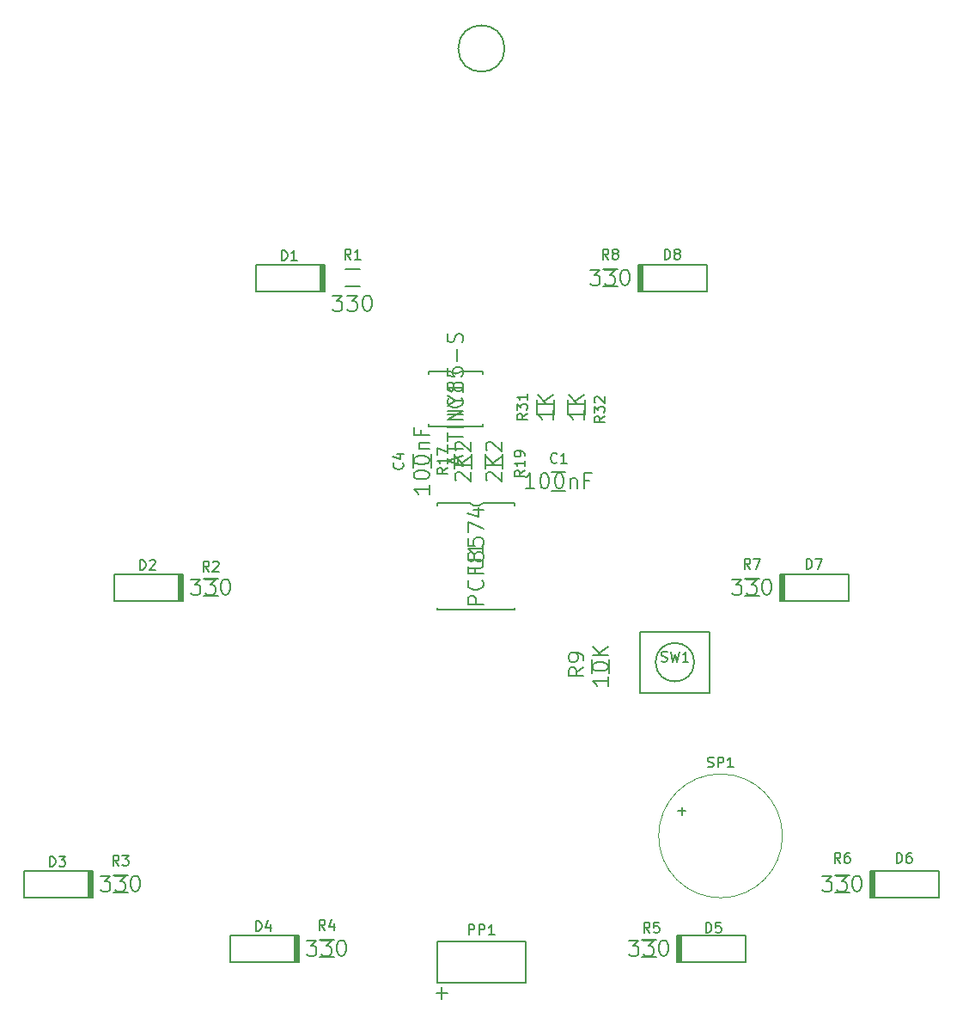
<source format=gto>
G04 #@! TF.FileFunction,Legend,Top*
%FSLAX46Y46*%
G04 Gerber Fmt 4.6, Leading zero omitted, Abs format (unit mm)*
G04 Created by KiCad (PCBNEW 4.0.5) date 04/19/17 16:41:43*
%MOMM*%
%LPD*%
G01*
G04 APERTURE LIST*
%ADD10C,0.100000*%
%ADD11C,0.150000*%
%ADD12C,0.120000*%
%ADD13C,0.254000*%
G04 APERTURE END LIST*
D10*
D11*
X153416000Y-54864000D02*
G75*
G03X153416000Y-54864000I-2286000J0D01*
G01*
X172100658Y-115300000D02*
G75*
G03X172100658Y-115300000I-1900658J0D01*
G01*
X173600000Y-118300000D02*
X173600000Y-112300000D01*
X166800000Y-112300000D02*
X173600000Y-112300000D01*
X166800000Y-118300000D02*
X166800000Y-112300000D01*
X173600000Y-118300000D02*
X166800000Y-118300000D01*
D12*
X180800000Y-132400000D02*
G75*
G03X180800000Y-132400000I-6100000J0D01*
G01*
D11*
X163750000Y-114990000D02*
X163750000Y-116410000D01*
X162050000Y-114990000D02*
X162050000Y-116410000D01*
X154422000Y-99652000D02*
X151272000Y-99652000D01*
X146822000Y-99652000D02*
X150022000Y-99652000D01*
X150022000Y-99652000D02*
G75*
G03X151222000Y-99652000I600000J600000D01*
G01*
X146822000Y-109907000D02*
X146822000Y-110152000D01*
X146822000Y-110152000D02*
X154422000Y-110152000D01*
X154422000Y-110152000D02*
X154422000Y-109907000D01*
X146822000Y-99897000D02*
X146822000Y-99652000D01*
X154422000Y-99652000D02*
X154422000Y-99897000D01*
X161378000Y-89460000D02*
X161378000Y-90880000D01*
X159678000Y-89460000D02*
X159678000Y-90880000D01*
X158330000Y-89460000D02*
X158330000Y-90880000D01*
X156630000Y-89460000D02*
X156630000Y-90880000D01*
X151550000Y-96214000D02*
X151550000Y-94794000D01*
X153250000Y-96214000D02*
X153250000Y-94794000D01*
X148502000Y-96214000D02*
X148502000Y-94794000D01*
X150202000Y-96214000D02*
X150202000Y-94794000D01*
X163120000Y-76620000D02*
X164540000Y-76620000D01*
X163120000Y-78320000D02*
X164540000Y-78320000D01*
X177090000Y-107100000D02*
X178510000Y-107100000D01*
X177090000Y-108800000D02*
X178510000Y-108800000D01*
X185980000Y-136310000D02*
X187400000Y-136310000D01*
X185980000Y-138010000D02*
X187400000Y-138010000D01*
X166930000Y-142660000D02*
X168350000Y-142660000D01*
X166930000Y-144360000D02*
X168350000Y-144360000D01*
X136600000Y-144360000D02*
X135180000Y-144360000D01*
X136600000Y-142660000D02*
X135180000Y-142660000D01*
X116280000Y-138010000D02*
X114860000Y-138010000D01*
X116280000Y-136310000D02*
X114860000Y-136310000D01*
X125170000Y-108800000D02*
X123750000Y-108800000D01*
X125170000Y-107100000D02*
X123750000Y-107100000D01*
X139140000Y-78320000D02*
X137720000Y-78320000D01*
X139140000Y-76620000D02*
X137720000Y-76620000D01*
X146760000Y-146869000D02*
X155500000Y-146869000D01*
X146760000Y-142791000D02*
X155500000Y-142791000D01*
X155500000Y-142791000D02*
X155500000Y-146869000D01*
X146760000Y-146869000D02*
X146760000Y-142791000D01*
X148100000Y-86700000D02*
G75*
G03X149100000Y-86700000I500000J500000D01*
G01*
X149100000Y-86700000D02*
X151300000Y-86700000D01*
X148100000Y-86700000D02*
X145900000Y-86700000D01*
X145900000Y-91850000D02*
X145900000Y-92080000D01*
X145900000Y-92080000D02*
X151300000Y-92080000D01*
X151300000Y-92080000D02*
X151300000Y-91850000D01*
X145900000Y-86950000D02*
X145900000Y-86720000D01*
X151300000Y-86720000D02*
X151300000Y-86950000D01*
X173380000Y-78770000D02*
X166580000Y-78770000D01*
X173380000Y-76170000D02*
X166580000Y-76170000D01*
X166680000Y-78770000D02*
X166680000Y-76170000D01*
X166780000Y-76170000D02*
X166780000Y-78770000D01*
X166980000Y-78770000D02*
X166980000Y-76170000D01*
X166880000Y-76170000D02*
X166880000Y-78770000D01*
X166580000Y-76170000D02*
X166580000Y-78770000D01*
X173380000Y-76170000D02*
X173380000Y-78770000D01*
X187350000Y-109250000D02*
X180550000Y-109250000D01*
X187350000Y-106650000D02*
X180550000Y-106650000D01*
X180650000Y-109250000D02*
X180650000Y-106650000D01*
X180750000Y-106650000D02*
X180750000Y-109250000D01*
X180950000Y-109250000D02*
X180950000Y-106650000D01*
X180850000Y-106650000D02*
X180850000Y-109250000D01*
X180550000Y-106650000D02*
X180550000Y-109250000D01*
X187350000Y-106650000D02*
X187350000Y-109250000D01*
X196240000Y-138460000D02*
X189440000Y-138460000D01*
X196240000Y-135860000D02*
X189440000Y-135860000D01*
X189540000Y-138460000D02*
X189540000Y-135860000D01*
X189640000Y-135860000D02*
X189640000Y-138460000D01*
X189840000Y-138460000D02*
X189840000Y-135860000D01*
X189740000Y-135860000D02*
X189740000Y-138460000D01*
X189440000Y-135860000D02*
X189440000Y-138460000D01*
X196240000Y-135860000D02*
X196240000Y-138460000D01*
X177190000Y-144810000D02*
X170390000Y-144810000D01*
X177190000Y-142210000D02*
X170390000Y-142210000D01*
X170490000Y-144810000D02*
X170490000Y-142210000D01*
X170590000Y-142210000D02*
X170590000Y-144810000D01*
X170790000Y-144810000D02*
X170790000Y-142210000D01*
X170690000Y-142210000D02*
X170690000Y-144810000D01*
X170390000Y-142210000D02*
X170390000Y-144810000D01*
X177190000Y-142210000D02*
X177190000Y-144810000D01*
X126340000Y-142210000D02*
X133140000Y-142210000D01*
X126340000Y-144810000D02*
X133140000Y-144810000D01*
X133040000Y-142210000D02*
X133040000Y-144810000D01*
X132940000Y-144810000D02*
X132940000Y-142210000D01*
X132740000Y-142210000D02*
X132740000Y-144810000D01*
X132840000Y-144810000D02*
X132840000Y-142210000D01*
X133140000Y-144810000D02*
X133140000Y-142210000D01*
X126340000Y-144810000D02*
X126340000Y-142210000D01*
X106020000Y-135860000D02*
X112820000Y-135860000D01*
X106020000Y-138460000D02*
X112820000Y-138460000D01*
X112720000Y-135860000D02*
X112720000Y-138460000D01*
X112620000Y-138460000D02*
X112620000Y-135860000D01*
X112420000Y-135860000D02*
X112420000Y-138460000D01*
X112520000Y-138460000D02*
X112520000Y-135860000D01*
X112820000Y-138460000D02*
X112820000Y-135860000D01*
X106020000Y-138460000D02*
X106020000Y-135860000D01*
X114910000Y-106650000D02*
X121710000Y-106650000D01*
X114910000Y-109250000D02*
X121710000Y-109250000D01*
X121610000Y-106650000D02*
X121610000Y-109250000D01*
X121510000Y-109250000D02*
X121510000Y-106650000D01*
X121310000Y-106650000D02*
X121310000Y-109250000D01*
X121410000Y-109250000D02*
X121410000Y-106650000D01*
X121710000Y-109250000D02*
X121710000Y-106650000D01*
X114910000Y-109250000D02*
X114910000Y-106650000D01*
X128880000Y-76170000D02*
X135680000Y-76170000D01*
X128880000Y-78770000D02*
X135680000Y-78770000D01*
X135580000Y-76170000D02*
X135580000Y-78770000D01*
X135480000Y-78770000D02*
X135480000Y-76170000D01*
X135280000Y-76170000D02*
X135280000Y-78770000D01*
X135380000Y-78770000D02*
X135380000Y-76170000D01*
X135680000Y-78770000D02*
X135680000Y-76170000D01*
X128880000Y-78770000D02*
X128880000Y-76170000D01*
X146188000Y-94834000D02*
X146188000Y-96174000D01*
X144388000Y-94834000D02*
X144388000Y-96174000D01*
X158029200Y-96610600D02*
X159369200Y-96610600D01*
X158029200Y-98410600D02*
X159369200Y-98410600D01*
D13*
D11*
X168866667Y-115204762D02*
X169009524Y-115252381D01*
X169247620Y-115252381D01*
X169342858Y-115204762D01*
X169390477Y-115157143D01*
X169438096Y-115061905D01*
X169438096Y-114966667D01*
X169390477Y-114871429D01*
X169342858Y-114823810D01*
X169247620Y-114776190D01*
X169057143Y-114728571D01*
X168961905Y-114680952D01*
X168914286Y-114633333D01*
X168866667Y-114538095D01*
X168866667Y-114442857D01*
X168914286Y-114347619D01*
X168961905Y-114300000D01*
X169057143Y-114252381D01*
X169295239Y-114252381D01*
X169438096Y-114300000D01*
X169771429Y-114252381D02*
X170009524Y-115252381D01*
X170200001Y-114538095D01*
X170390477Y-115252381D01*
X170628572Y-114252381D01*
X171533334Y-115252381D02*
X170961905Y-115252381D01*
X171247619Y-115252381D02*
X171247619Y-114252381D01*
X171152381Y-114395238D01*
X171057143Y-114490476D01*
X170961905Y-114538095D01*
X173438095Y-125604762D02*
X173580952Y-125652381D01*
X173819048Y-125652381D01*
X173914286Y-125604762D01*
X173961905Y-125557143D01*
X174009524Y-125461905D01*
X174009524Y-125366667D01*
X173961905Y-125271429D01*
X173914286Y-125223810D01*
X173819048Y-125176190D01*
X173628571Y-125128571D01*
X173533333Y-125080952D01*
X173485714Y-125033333D01*
X173438095Y-124938095D01*
X173438095Y-124842857D01*
X173485714Y-124747619D01*
X173533333Y-124700000D01*
X173628571Y-124652381D01*
X173866667Y-124652381D01*
X174009524Y-124700000D01*
X174438095Y-125652381D02*
X174438095Y-124652381D01*
X174819048Y-124652381D01*
X174914286Y-124700000D01*
X174961905Y-124747619D01*
X175009524Y-124842857D01*
X175009524Y-124985714D01*
X174961905Y-125080952D01*
X174914286Y-125128571D01*
X174819048Y-125176190D01*
X174438095Y-125176190D01*
X175961905Y-125652381D02*
X175390476Y-125652381D01*
X175676190Y-125652381D02*
X175676190Y-124652381D01*
X175580952Y-124795238D01*
X175485714Y-124890476D01*
X175390476Y-124938095D01*
X170509048Y-129931429D02*
X171270953Y-129931429D01*
X170890001Y-130312381D02*
X170890001Y-129550476D01*
X161206571Y-115819999D02*
X160492286Y-116319999D01*
X161206571Y-116677142D02*
X159706571Y-116677142D01*
X159706571Y-116105714D01*
X159778000Y-115962856D01*
X159849429Y-115891428D01*
X159992286Y-115819999D01*
X160206571Y-115819999D01*
X160349429Y-115891428D01*
X160420857Y-115962856D01*
X160492286Y-116105714D01*
X160492286Y-116677142D01*
X161206571Y-115105714D02*
X161206571Y-114819999D01*
X161135143Y-114677142D01*
X161063714Y-114605714D01*
X160849429Y-114462856D01*
X160563714Y-114391428D01*
X159992286Y-114391428D01*
X159849429Y-114462856D01*
X159778000Y-114534285D01*
X159706571Y-114677142D01*
X159706571Y-114962856D01*
X159778000Y-115105714D01*
X159849429Y-115177142D01*
X159992286Y-115248571D01*
X160349429Y-115248571D01*
X160492286Y-115177142D01*
X160563714Y-115105714D01*
X160635143Y-114962856D01*
X160635143Y-114677142D01*
X160563714Y-114534285D01*
X160492286Y-114462856D01*
X160349429Y-114391428D01*
X163589429Y-116752286D02*
X163589429Y-117623143D01*
X163589429Y-117187715D02*
X162065429Y-117187715D01*
X162283143Y-117332858D01*
X162428286Y-117478000D01*
X162500857Y-117623143D01*
X162065429Y-115808857D02*
X162065429Y-115663714D01*
X162138000Y-115518571D01*
X162210571Y-115446000D01*
X162355714Y-115373429D01*
X162646000Y-115300857D01*
X163008857Y-115300857D01*
X163299143Y-115373429D01*
X163444286Y-115446000D01*
X163516857Y-115518571D01*
X163589429Y-115663714D01*
X163589429Y-115808857D01*
X163516857Y-115954000D01*
X163444286Y-116026571D01*
X163299143Y-116099143D01*
X163008857Y-116171714D01*
X162646000Y-116171714D01*
X162355714Y-116099143D01*
X162210571Y-116026571D01*
X162138000Y-115954000D01*
X162065429Y-115808857D01*
X163589429Y-114647714D02*
X162065429Y-114647714D01*
X163589429Y-113776857D02*
X162718571Y-114430000D01*
X162065429Y-113776857D02*
X162936286Y-114647714D01*
X149800571Y-106044857D02*
X151014857Y-106044857D01*
X151157714Y-105973429D01*
X151229143Y-105902000D01*
X151300571Y-105759143D01*
X151300571Y-105473429D01*
X151229143Y-105330571D01*
X151157714Y-105259143D01*
X151014857Y-105187714D01*
X149800571Y-105187714D01*
X151300571Y-103687714D02*
X151300571Y-104544857D01*
X151300571Y-104116285D02*
X149800571Y-104116285D01*
X150014857Y-104259142D01*
X150157714Y-104402000D01*
X150229143Y-104544857D01*
X151311429Y-109619144D02*
X149787429Y-109619144D01*
X149787429Y-109038572D01*
X149860000Y-108893430D01*
X149932571Y-108820858D01*
X150077714Y-108748287D01*
X150295429Y-108748287D01*
X150440571Y-108820858D01*
X150513143Y-108893430D01*
X150585714Y-109038572D01*
X150585714Y-109619144D01*
X151166286Y-107224287D02*
X151238857Y-107296858D01*
X151311429Y-107514572D01*
X151311429Y-107659715D01*
X151238857Y-107877430D01*
X151093714Y-108022572D01*
X150948571Y-108095144D01*
X150658286Y-108167715D01*
X150440571Y-108167715D01*
X150150286Y-108095144D01*
X150005143Y-108022572D01*
X149860000Y-107877430D01*
X149787429Y-107659715D01*
X149787429Y-107514572D01*
X149860000Y-107296858D01*
X149932571Y-107224287D01*
X150513143Y-106063144D02*
X150513143Y-106571144D01*
X151311429Y-106571144D02*
X149787429Y-106571144D01*
X149787429Y-105845430D01*
X150440571Y-105047144D02*
X150368000Y-105192286D01*
X150295429Y-105264858D01*
X150150286Y-105337429D01*
X150077714Y-105337429D01*
X149932571Y-105264858D01*
X149860000Y-105192286D01*
X149787429Y-105047144D01*
X149787429Y-104756858D01*
X149860000Y-104611715D01*
X149932571Y-104539144D01*
X150077714Y-104466572D01*
X150150286Y-104466572D01*
X150295429Y-104539144D01*
X150368000Y-104611715D01*
X150440571Y-104756858D01*
X150440571Y-105047144D01*
X150513143Y-105192286D01*
X150585714Y-105264858D01*
X150730857Y-105337429D01*
X151021143Y-105337429D01*
X151166286Y-105264858D01*
X151238857Y-105192286D01*
X151311429Y-105047144D01*
X151311429Y-104756858D01*
X151238857Y-104611715D01*
X151166286Y-104539144D01*
X151021143Y-104466572D01*
X150730857Y-104466572D01*
X150585714Y-104539144D01*
X150513143Y-104611715D01*
X150440571Y-104756858D01*
X149787429Y-103087715D02*
X149787429Y-103813429D01*
X150513143Y-103886000D01*
X150440571Y-103813429D01*
X150368000Y-103668286D01*
X150368000Y-103305429D01*
X150440571Y-103160286D01*
X150513143Y-103087715D01*
X150658286Y-103015143D01*
X151021143Y-103015143D01*
X151166286Y-103087715D01*
X151238857Y-103160286D01*
X151311429Y-103305429D01*
X151311429Y-103668286D01*
X151238857Y-103813429D01*
X151166286Y-103886000D01*
X149787429Y-102507143D02*
X149787429Y-101491143D01*
X151311429Y-102144286D01*
X150295429Y-100257428D02*
X151311429Y-100257428D01*
X149714857Y-100620285D02*
X150803429Y-100983142D01*
X150803429Y-100039714D01*
X163266381Y-91066857D02*
X162790190Y-91400191D01*
X163266381Y-91638286D02*
X162266381Y-91638286D01*
X162266381Y-91257333D01*
X162314000Y-91162095D01*
X162361619Y-91114476D01*
X162456857Y-91066857D01*
X162599714Y-91066857D01*
X162694952Y-91114476D01*
X162742571Y-91162095D01*
X162790190Y-91257333D01*
X162790190Y-91638286D01*
X162266381Y-90733524D02*
X162266381Y-90114476D01*
X162647333Y-90447810D01*
X162647333Y-90304952D01*
X162694952Y-90209714D01*
X162742571Y-90162095D01*
X162837810Y-90114476D01*
X163075905Y-90114476D01*
X163171143Y-90162095D01*
X163218762Y-90209714D01*
X163266381Y-90304952D01*
X163266381Y-90590667D01*
X163218762Y-90685905D01*
X163171143Y-90733524D01*
X162361619Y-89733524D02*
X162314000Y-89685905D01*
X162266381Y-89590667D01*
X162266381Y-89352571D01*
X162314000Y-89257333D01*
X162361619Y-89209714D01*
X162456857Y-89162095D01*
X162552095Y-89162095D01*
X162694952Y-89209714D01*
X163266381Y-89781143D01*
X163266381Y-89162095D01*
X161217429Y-90496571D02*
X161217429Y-91367428D01*
X161217429Y-90932000D02*
X159693429Y-90932000D01*
X159911143Y-91077143D01*
X160056286Y-91222285D01*
X160128857Y-91367428D01*
X161217429Y-89843428D02*
X159693429Y-89843428D01*
X161217429Y-88972571D02*
X160346571Y-89625714D01*
X159693429Y-88972571D02*
X160564286Y-89843428D01*
X155646381Y-90812857D02*
X155170190Y-91146191D01*
X155646381Y-91384286D02*
X154646381Y-91384286D01*
X154646381Y-91003333D01*
X154694000Y-90908095D01*
X154741619Y-90860476D01*
X154836857Y-90812857D01*
X154979714Y-90812857D01*
X155074952Y-90860476D01*
X155122571Y-90908095D01*
X155170190Y-91003333D01*
X155170190Y-91384286D01*
X154646381Y-90479524D02*
X154646381Y-89860476D01*
X155027333Y-90193810D01*
X155027333Y-90050952D01*
X155074952Y-89955714D01*
X155122571Y-89908095D01*
X155217810Y-89860476D01*
X155455905Y-89860476D01*
X155551143Y-89908095D01*
X155598762Y-89955714D01*
X155646381Y-90050952D01*
X155646381Y-90336667D01*
X155598762Y-90431905D01*
X155551143Y-90479524D01*
X155646381Y-88908095D02*
X155646381Y-89479524D01*
X155646381Y-89193810D02*
X154646381Y-89193810D01*
X154789238Y-89289048D01*
X154884476Y-89384286D01*
X154932095Y-89479524D01*
X158169429Y-90496571D02*
X158169429Y-91367428D01*
X158169429Y-90932000D02*
X156645429Y-90932000D01*
X156863143Y-91077143D01*
X157008286Y-91222285D01*
X157080857Y-91367428D01*
X158169429Y-89843428D02*
X156645429Y-89843428D01*
X158169429Y-88972571D02*
X157298571Y-89625714D01*
X156645429Y-88972571D02*
X157516286Y-89843428D01*
X155392381Y-96400857D02*
X154916190Y-96734191D01*
X155392381Y-96972286D02*
X154392381Y-96972286D01*
X154392381Y-96591333D01*
X154440000Y-96496095D01*
X154487619Y-96448476D01*
X154582857Y-96400857D01*
X154725714Y-96400857D01*
X154820952Y-96448476D01*
X154868571Y-96496095D01*
X154916190Y-96591333D01*
X154916190Y-96972286D01*
X155392381Y-95448476D02*
X155392381Y-96019905D01*
X155392381Y-95734191D02*
X154392381Y-95734191D01*
X154535238Y-95829429D01*
X154630476Y-95924667D01*
X154678095Y-96019905D01*
X155392381Y-94972286D02*
X155392381Y-94781810D01*
X155344762Y-94686571D01*
X155297143Y-94638952D01*
X155154286Y-94543714D01*
X154963810Y-94496095D01*
X154582857Y-94496095D01*
X154487619Y-94543714D01*
X154440000Y-94591333D01*
X154392381Y-94686571D01*
X154392381Y-94877048D01*
X154440000Y-94972286D01*
X154487619Y-95019905D01*
X154582857Y-95067524D01*
X154820952Y-95067524D01*
X154916190Y-95019905D01*
X154963810Y-94972286D01*
X155011429Y-94877048D01*
X155011429Y-94686571D01*
X154963810Y-94591333D01*
X154916190Y-94543714D01*
X154820952Y-94496095D01*
X151710571Y-97427143D02*
X151638000Y-97354572D01*
X151565429Y-97209429D01*
X151565429Y-96846572D01*
X151638000Y-96701429D01*
X151710571Y-96628858D01*
X151855714Y-96556286D01*
X152000857Y-96556286D01*
X152218571Y-96628858D01*
X153089429Y-97499715D01*
X153089429Y-96556286D01*
X153089429Y-95903143D02*
X151565429Y-95903143D01*
X153089429Y-95032286D02*
X152218571Y-95685429D01*
X151565429Y-95032286D02*
X152436286Y-95903143D01*
X151710571Y-94451714D02*
X151638000Y-94379143D01*
X151565429Y-94234000D01*
X151565429Y-93871143D01*
X151638000Y-93726000D01*
X151710571Y-93653429D01*
X151855714Y-93580857D01*
X152000857Y-93580857D01*
X152218571Y-93653429D01*
X153089429Y-94524286D01*
X153089429Y-93580857D01*
X147772381Y-96146857D02*
X147296190Y-96480191D01*
X147772381Y-96718286D02*
X146772381Y-96718286D01*
X146772381Y-96337333D01*
X146820000Y-96242095D01*
X146867619Y-96194476D01*
X146962857Y-96146857D01*
X147105714Y-96146857D01*
X147200952Y-96194476D01*
X147248571Y-96242095D01*
X147296190Y-96337333D01*
X147296190Y-96718286D01*
X147772381Y-95194476D02*
X147772381Y-95765905D01*
X147772381Y-95480191D02*
X146772381Y-95480191D01*
X146915238Y-95575429D01*
X147010476Y-95670667D01*
X147058095Y-95765905D01*
X146772381Y-94861143D02*
X146772381Y-94194476D01*
X147772381Y-94623048D01*
X148662571Y-97427143D02*
X148590000Y-97354572D01*
X148517429Y-97209429D01*
X148517429Y-96846572D01*
X148590000Y-96701429D01*
X148662571Y-96628858D01*
X148807714Y-96556286D01*
X148952857Y-96556286D01*
X149170571Y-96628858D01*
X150041429Y-97499715D01*
X150041429Y-96556286D01*
X150041429Y-95903143D02*
X148517429Y-95903143D01*
X150041429Y-95032286D02*
X149170571Y-95685429D01*
X148517429Y-95032286D02*
X149388286Y-95903143D01*
X148662571Y-94451714D02*
X148590000Y-94379143D01*
X148517429Y-94234000D01*
X148517429Y-93871143D01*
X148590000Y-93726000D01*
X148662571Y-93653429D01*
X148807714Y-93580857D01*
X148952857Y-93580857D01*
X149170571Y-93653429D01*
X150041429Y-94524286D01*
X150041429Y-93580857D01*
X163663334Y-75636381D02*
X163330000Y-75160190D01*
X163091905Y-75636381D02*
X163091905Y-74636381D01*
X163472858Y-74636381D01*
X163568096Y-74684000D01*
X163615715Y-74731619D01*
X163663334Y-74826857D01*
X163663334Y-74969714D01*
X163615715Y-75064952D01*
X163568096Y-75112571D01*
X163472858Y-75160190D01*
X163091905Y-75160190D01*
X164234762Y-75064952D02*
X164139524Y-75017333D01*
X164091905Y-74969714D01*
X164044286Y-74874476D01*
X164044286Y-74826857D01*
X164091905Y-74731619D01*
X164139524Y-74684000D01*
X164234762Y-74636381D01*
X164425239Y-74636381D01*
X164520477Y-74684000D01*
X164568096Y-74731619D01*
X164615715Y-74826857D01*
X164615715Y-74874476D01*
X164568096Y-74969714D01*
X164520477Y-75017333D01*
X164425239Y-75064952D01*
X164234762Y-75064952D01*
X164139524Y-75112571D01*
X164091905Y-75160190D01*
X164044286Y-75255429D01*
X164044286Y-75445905D01*
X164091905Y-75541143D01*
X164139524Y-75588762D01*
X164234762Y-75636381D01*
X164425239Y-75636381D01*
X164520477Y-75588762D01*
X164568096Y-75541143D01*
X164615715Y-75445905D01*
X164615715Y-75255429D01*
X164568096Y-75160190D01*
X164520477Y-75112571D01*
X164425239Y-75064952D01*
X161870571Y-76635429D02*
X162814000Y-76635429D01*
X162306000Y-77216000D01*
X162523714Y-77216000D01*
X162668857Y-77288571D01*
X162741428Y-77361143D01*
X162814000Y-77506286D01*
X162814000Y-77869143D01*
X162741428Y-78014286D01*
X162668857Y-78086857D01*
X162523714Y-78159429D01*
X162088286Y-78159429D01*
X161943143Y-78086857D01*
X161870571Y-78014286D01*
X163322000Y-76635429D02*
X164265429Y-76635429D01*
X163757429Y-77216000D01*
X163975143Y-77216000D01*
X164120286Y-77288571D01*
X164192857Y-77361143D01*
X164265429Y-77506286D01*
X164265429Y-77869143D01*
X164192857Y-78014286D01*
X164120286Y-78086857D01*
X163975143Y-78159429D01*
X163539715Y-78159429D01*
X163394572Y-78086857D01*
X163322000Y-78014286D01*
X165208858Y-76635429D02*
X165354001Y-76635429D01*
X165499144Y-76708000D01*
X165571715Y-76780571D01*
X165644286Y-76925714D01*
X165716858Y-77216000D01*
X165716858Y-77578857D01*
X165644286Y-77869143D01*
X165571715Y-78014286D01*
X165499144Y-78086857D01*
X165354001Y-78159429D01*
X165208858Y-78159429D01*
X165063715Y-78086857D01*
X164991144Y-78014286D01*
X164918572Y-77869143D01*
X164846001Y-77578857D01*
X164846001Y-77216000D01*
X164918572Y-76925714D01*
X164991144Y-76780571D01*
X165063715Y-76708000D01*
X165208858Y-76635429D01*
X177633334Y-106116381D02*
X177300000Y-105640190D01*
X177061905Y-106116381D02*
X177061905Y-105116381D01*
X177442858Y-105116381D01*
X177538096Y-105164000D01*
X177585715Y-105211619D01*
X177633334Y-105306857D01*
X177633334Y-105449714D01*
X177585715Y-105544952D01*
X177538096Y-105592571D01*
X177442858Y-105640190D01*
X177061905Y-105640190D01*
X177966667Y-105116381D02*
X178633334Y-105116381D01*
X178204762Y-106116381D01*
X175840571Y-107115429D02*
X176784000Y-107115429D01*
X176276000Y-107696000D01*
X176493714Y-107696000D01*
X176638857Y-107768571D01*
X176711428Y-107841143D01*
X176784000Y-107986286D01*
X176784000Y-108349143D01*
X176711428Y-108494286D01*
X176638857Y-108566857D01*
X176493714Y-108639429D01*
X176058286Y-108639429D01*
X175913143Y-108566857D01*
X175840571Y-108494286D01*
X177292000Y-107115429D02*
X178235429Y-107115429D01*
X177727429Y-107696000D01*
X177945143Y-107696000D01*
X178090286Y-107768571D01*
X178162857Y-107841143D01*
X178235429Y-107986286D01*
X178235429Y-108349143D01*
X178162857Y-108494286D01*
X178090286Y-108566857D01*
X177945143Y-108639429D01*
X177509715Y-108639429D01*
X177364572Y-108566857D01*
X177292000Y-108494286D01*
X179178858Y-107115429D02*
X179324001Y-107115429D01*
X179469144Y-107188000D01*
X179541715Y-107260571D01*
X179614286Y-107405714D01*
X179686858Y-107696000D01*
X179686858Y-108058857D01*
X179614286Y-108349143D01*
X179541715Y-108494286D01*
X179469144Y-108566857D01*
X179324001Y-108639429D01*
X179178858Y-108639429D01*
X179033715Y-108566857D01*
X178961144Y-108494286D01*
X178888572Y-108349143D01*
X178816001Y-108058857D01*
X178816001Y-107696000D01*
X178888572Y-107405714D01*
X178961144Y-107260571D01*
X179033715Y-107188000D01*
X179178858Y-107115429D01*
X186523334Y-135072381D02*
X186190000Y-134596190D01*
X185951905Y-135072381D02*
X185951905Y-134072381D01*
X186332858Y-134072381D01*
X186428096Y-134120000D01*
X186475715Y-134167619D01*
X186523334Y-134262857D01*
X186523334Y-134405714D01*
X186475715Y-134500952D01*
X186428096Y-134548571D01*
X186332858Y-134596190D01*
X185951905Y-134596190D01*
X187380477Y-134072381D02*
X187190000Y-134072381D01*
X187094762Y-134120000D01*
X187047143Y-134167619D01*
X186951905Y-134310476D01*
X186904286Y-134500952D01*
X186904286Y-134881905D01*
X186951905Y-134977143D01*
X186999524Y-135024762D01*
X187094762Y-135072381D01*
X187285239Y-135072381D01*
X187380477Y-135024762D01*
X187428096Y-134977143D01*
X187475715Y-134881905D01*
X187475715Y-134643810D01*
X187428096Y-134548571D01*
X187380477Y-134500952D01*
X187285239Y-134453333D01*
X187094762Y-134453333D01*
X186999524Y-134500952D01*
X186951905Y-134548571D01*
X186904286Y-134643810D01*
X184730571Y-136325429D02*
X185674000Y-136325429D01*
X185166000Y-136906000D01*
X185383714Y-136906000D01*
X185528857Y-136978571D01*
X185601428Y-137051143D01*
X185674000Y-137196286D01*
X185674000Y-137559143D01*
X185601428Y-137704286D01*
X185528857Y-137776857D01*
X185383714Y-137849429D01*
X184948286Y-137849429D01*
X184803143Y-137776857D01*
X184730571Y-137704286D01*
X186182000Y-136325429D02*
X187125429Y-136325429D01*
X186617429Y-136906000D01*
X186835143Y-136906000D01*
X186980286Y-136978571D01*
X187052857Y-137051143D01*
X187125429Y-137196286D01*
X187125429Y-137559143D01*
X187052857Y-137704286D01*
X186980286Y-137776857D01*
X186835143Y-137849429D01*
X186399715Y-137849429D01*
X186254572Y-137776857D01*
X186182000Y-137704286D01*
X188068858Y-136325429D02*
X188214001Y-136325429D01*
X188359144Y-136398000D01*
X188431715Y-136470571D01*
X188504286Y-136615714D01*
X188576858Y-136906000D01*
X188576858Y-137268857D01*
X188504286Y-137559143D01*
X188431715Y-137704286D01*
X188359144Y-137776857D01*
X188214001Y-137849429D01*
X188068858Y-137849429D01*
X187923715Y-137776857D01*
X187851144Y-137704286D01*
X187778572Y-137559143D01*
X187706001Y-137268857D01*
X187706001Y-136906000D01*
X187778572Y-136615714D01*
X187851144Y-136470571D01*
X187923715Y-136398000D01*
X188068858Y-136325429D01*
X167727334Y-141930381D02*
X167394000Y-141454190D01*
X167155905Y-141930381D02*
X167155905Y-140930381D01*
X167536858Y-140930381D01*
X167632096Y-140978000D01*
X167679715Y-141025619D01*
X167727334Y-141120857D01*
X167727334Y-141263714D01*
X167679715Y-141358952D01*
X167632096Y-141406571D01*
X167536858Y-141454190D01*
X167155905Y-141454190D01*
X168632096Y-140930381D02*
X168155905Y-140930381D01*
X168108286Y-141406571D01*
X168155905Y-141358952D01*
X168251143Y-141311333D01*
X168489239Y-141311333D01*
X168584477Y-141358952D01*
X168632096Y-141406571D01*
X168679715Y-141501810D01*
X168679715Y-141739905D01*
X168632096Y-141835143D01*
X168584477Y-141882762D01*
X168489239Y-141930381D01*
X168251143Y-141930381D01*
X168155905Y-141882762D01*
X168108286Y-141835143D01*
X165680571Y-142675429D02*
X166624000Y-142675429D01*
X166116000Y-143256000D01*
X166333714Y-143256000D01*
X166478857Y-143328571D01*
X166551428Y-143401143D01*
X166624000Y-143546286D01*
X166624000Y-143909143D01*
X166551428Y-144054286D01*
X166478857Y-144126857D01*
X166333714Y-144199429D01*
X165898286Y-144199429D01*
X165753143Y-144126857D01*
X165680571Y-144054286D01*
X167132000Y-142675429D02*
X168075429Y-142675429D01*
X167567429Y-143256000D01*
X167785143Y-143256000D01*
X167930286Y-143328571D01*
X168002857Y-143401143D01*
X168075429Y-143546286D01*
X168075429Y-143909143D01*
X168002857Y-144054286D01*
X167930286Y-144126857D01*
X167785143Y-144199429D01*
X167349715Y-144199429D01*
X167204572Y-144126857D01*
X167132000Y-144054286D01*
X169018858Y-142675429D02*
X169164001Y-142675429D01*
X169309144Y-142748000D01*
X169381715Y-142820571D01*
X169454286Y-142965714D01*
X169526858Y-143256000D01*
X169526858Y-143618857D01*
X169454286Y-143909143D01*
X169381715Y-144054286D01*
X169309144Y-144126857D01*
X169164001Y-144199429D01*
X169018858Y-144199429D01*
X168873715Y-144126857D01*
X168801144Y-144054286D01*
X168728572Y-143909143D01*
X168656001Y-143618857D01*
X168656001Y-143256000D01*
X168728572Y-142965714D01*
X168801144Y-142820571D01*
X168873715Y-142748000D01*
X169018858Y-142675429D01*
X135723334Y-141676381D02*
X135390000Y-141200190D01*
X135151905Y-141676381D02*
X135151905Y-140676381D01*
X135532858Y-140676381D01*
X135628096Y-140724000D01*
X135675715Y-140771619D01*
X135723334Y-140866857D01*
X135723334Y-141009714D01*
X135675715Y-141104952D01*
X135628096Y-141152571D01*
X135532858Y-141200190D01*
X135151905Y-141200190D01*
X136580477Y-141009714D02*
X136580477Y-141676381D01*
X136342381Y-140628762D02*
X136104286Y-141343048D01*
X136723334Y-141343048D01*
X133930571Y-142675429D02*
X134874000Y-142675429D01*
X134366000Y-143256000D01*
X134583714Y-143256000D01*
X134728857Y-143328571D01*
X134801428Y-143401143D01*
X134874000Y-143546286D01*
X134874000Y-143909143D01*
X134801428Y-144054286D01*
X134728857Y-144126857D01*
X134583714Y-144199429D01*
X134148286Y-144199429D01*
X134003143Y-144126857D01*
X133930571Y-144054286D01*
X135382000Y-142675429D02*
X136325429Y-142675429D01*
X135817429Y-143256000D01*
X136035143Y-143256000D01*
X136180286Y-143328571D01*
X136252857Y-143401143D01*
X136325429Y-143546286D01*
X136325429Y-143909143D01*
X136252857Y-144054286D01*
X136180286Y-144126857D01*
X136035143Y-144199429D01*
X135599715Y-144199429D01*
X135454572Y-144126857D01*
X135382000Y-144054286D01*
X137268858Y-142675429D02*
X137414001Y-142675429D01*
X137559144Y-142748000D01*
X137631715Y-142820571D01*
X137704286Y-142965714D01*
X137776858Y-143256000D01*
X137776858Y-143618857D01*
X137704286Y-143909143D01*
X137631715Y-144054286D01*
X137559144Y-144126857D01*
X137414001Y-144199429D01*
X137268858Y-144199429D01*
X137123715Y-144126857D01*
X137051144Y-144054286D01*
X136978572Y-143909143D01*
X136906001Y-143618857D01*
X136906001Y-143256000D01*
X136978572Y-142965714D01*
X137051144Y-142820571D01*
X137123715Y-142748000D01*
X137268858Y-142675429D01*
X115403334Y-135326381D02*
X115070000Y-134850190D01*
X114831905Y-135326381D02*
X114831905Y-134326381D01*
X115212858Y-134326381D01*
X115308096Y-134374000D01*
X115355715Y-134421619D01*
X115403334Y-134516857D01*
X115403334Y-134659714D01*
X115355715Y-134754952D01*
X115308096Y-134802571D01*
X115212858Y-134850190D01*
X114831905Y-134850190D01*
X115736667Y-134326381D02*
X116355715Y-134326381D01*
X116022381Y-134707333D01*
X116165239Y-134707333D01*
X116260477Y-134754952D01*
X116308096Y-134802571D01*
X116355715Y-134897810D01*
X116355715Y-135135905D01*
X116308096Y-135231143D01*
X116260477Y-135278762D01*
X116165239Y-135326381D01*
X115879524Y-135326381D01*
X115784286Y-135278762D01*
X115736667Y-135231143D01*
X113610571Y-136325429D02*
X114554000Y-136325429D01*
X114046000Y-136906000D01*
X114263714Y-136906000D01*
X114408857Y-136978571D01*
X114481428Y-137051143D01*
X114554000Y-137196286D01*
X114554000Y-137559143D01*
X114481428Y-137704286D01*
X114408857Y-137776857D01*
X114263714Y-137849429D01*
X113828286Y-137849429D01*
X113683143Y-137776857D01*
X113610571Y-137704286D01*
X115062000Y-136325429D02*
X116005429Y-136325429D01*
X115497429Y-136906000D01*
X115715143Y-136906000D01*
X115860286Y-136978571D01*
X115932857Y-137051143D01*
X116005429Y-137196286D01*
X116005429Y-137559143D01*
X115932857Y-137704286D01*
X115860286Y-137776857D01*
X115715143Y-137849429D01*
X115279715Y-137849429D01*
X115134572Y-137776857D01*
X115062000Y-137704286D01*
X116948858Y-136325429D02*
X117094001Y-136325429D01*
X117239144Y-136398000D01*
X117311715Y-136470571D01*
X117384286Y-136615714D01*
X117456858Y-136906000D01*
X117456858Y-137268857D01*
X117384286Y-137559143D01*
X117311715Y-137704286D01*
X117239144Y-137776857D01*
X117094001Y-137849429D01*
X116948858Y-137849429D01*
X116803715Y-137776857D01*
X116731144Y-137704286D01*
X116658572Y-137559143D01*
X116586001Y-137268857D01*
X116586001Y-136906000D01*
X116658572Y-136615714D01*
X116731144Y-136470571D01*
X116803715Y-136398000D01*
X116948858Y-136325429D01*
X124293334Y-106370381D02*
X123960000Y-105894190D01*
X123721905Y-106370381D02*
X123721905Y-105370381D01*
X124102858Y-105370381D01*
X124198096Y-105418000D01*
X124245715Y-105465619D01*
X124293334Y-105560857D01*
X124293334Y-105703714D01*
X124245715Y-105798952D01*
X124198096Y-105846571D01*
X124102858Y-105894190D01*
X123721905Y-105894190D01*
X124674286Y-105465619D02*
X124721905Y-105418000D01*
X124817143Y-105370381D01*
X125055239Y-105370381D01*
X125150477Y-105418000D01*
X125198096Y-105465619D01*
X125245715Y-105560857D01*
X125245715Y-105656095D01*
X125198096Y-105798952D01*
X124626667Y-106370381D01*
X125245715Y-106370381D01*
X122500571Y-107115429D02*
X123444000Y-107115429D01*
X122936000Y-107696000D01*
X123153714Y-107696000D01*
X123298857Y-107768571D01*
X123371428Y-107841143D01*
X123444000Y-107986286D01*
X123444000Y-108349143D01*
X123371428Y-108494286D01*
X123298857Y-108566857D01*
X123153714Y-108639429D01*
X122718286Y-108639429D01*
X122573143Y-108566857D01*
X122500571Y-108494286D01*
X123952000Y-107115429D02*
X124895429Y-107115429D01*
X124387429Y-107696000D01*
X124605143Y-107696000D01*
X124750286Y-107768571D01*
X124822857Y-107841143D01*
X124895429Y-107986286D01*
X124895429Y-108349143D01*
X124822857Y-108494286D01*
X124750286Y-108566857D01*
X124605143Y-108639429D01*
X124169715Y-108639429D01*
X124024572Y-108566857D01*
X123952000Y-108494286D01*
X125838858Y-107115429D02*
X125984001Y-107115429D01*
X126129144Y-107188000D01*
X126201715Y-107260571D01*
X126274286Y-107405714D01*
X126346858Y-107696000D01*
X126346858Y-108058857D01*
X126274286Y-108349143D01*
X126201715Y-108494286D01*
X126129144Y-108566857D01*
X125984001Y-108639429D01*
X125838858Y-108639429D01*
X125693715Y-108566857D01*
X125621144Y-108494286D01*
X125548572Y-108349143D01*
X125476001Y-108058857D01*
X125476001Y-107696000D01*
X125548572Y-107405714D01*
X125621144Y-107260571D01*
X125693715Y-107188000D01*
X125838858Y-107115429D01*
X138263334Y-75636381D02*
X137930000Y-75160190D01*
X137691905Y-75636381D02*
X137691905Y-74636381D01*
X138072858Y-74636381D01*
X138168096Y-74684000D01*
X138215715Y-74731619D01*
X138263334Y-74826857D01*
X138263334Y-74969714D01*
X138215715Y-75064952D01*
X138168096Y-75112571D01*
X138072858Y-75160190D01*
X137691905Y-75160190D01*
X139215715Y-75636381D02*
X138644286Y-75636381D01*
X138930000Y-75636381D02*
X138930000Y-74636381D01*
X138834762Y-74779238D01*
X138739524Y-74874476D01*
X138644286Y-74922095D01*
X136470571Y-79175429D02*
X137414000Y-79175429D01*
X136906000Y-79756000D01*
X137123714Y-79756000D01*
X137268857Y-79828571D01*
X137341428Y-79901143D01*
X137414000Y-80046286D01*
X137414000Y-80409143D01*
X137341428Y-80554286D01*
X137268857Y-80626857D01*
X137123714Y-80699429D01*
X136688286Y-80699429D01*
X136543143Y-80626857D01*
X136470571Y-80554286D01*
X137922000Y-79175429D02*
X138865429Y-79175429D01*
X138357429Y-79756000D01*
X138575143Y-79756000D01*
X138720286Y-79828571D01*
X138792857Y-79901143D01*
X138865429Y-80046286D01*
X138865429Y-80409143D01*
X138792857Y-80554286D01*
X138720286Y-80626857D01*
X138575143Y-80699429D01*
X138139715Y-80699429D01*
X137994572Y-80626857D01*
X137922000Y-80554286D01*
X139808858Y-79175429D02*
X139954001Y-79175429D01*
X140099144Y-79248000D01*
X140171715Y-79320571D01*
X140244286Y-79465714D01*
X140316858Y-79756000D01*
X140316858Y-80118857D01*
X140244286Y-80409143D01*
X140171715Y-80554286D01*
X140099144Y-80626857D01*
X139954001Y-80699429D01*
X139808858Y-80699429D01*
X139663715Y-80626857D01*
X139591144Y-80554286D01*
X139518572Y-80409143D01*
X139446001Y-80118857D01*
X139446001Y-79756000D01*
X139518572Y-79465714D01*
X139591144Y-79320571D01*
X139663715Y-79248000D01*
X139808858Y-79175429D01*
X149891905Y-142132381D02*
X149891905Y-141132381D01*
X150272858Y-141132381D01*
X150368096Y-141180000D01*
X150415715Y-141227619D01*
X150463334Y-141322857D01*
X150463334Y-141465714D01*
X150415715Y-141560952D01*
X150368096Y-141608571D01*
X150272858Y-141656190D01*
X149891905Y-141656190D01*
X150891905Y-142132381D02*
X150891905Y-141132381D01*
X151272858Y-141132381D01*
X151368096Y-141180000D01*
X151415715Y-141227619D01*
X151463334Y-141322857D01*
X151463334Y-141465714D01*
X151415715Y-141560952D01*
X151368096Y-141608571D01*
X151272858Y-141656190D01*
X150891905Y-141656190D01*
X152415715Y-142132381D02*
X151844286Y-142132381D01*
X152130000Y-142132381D02*
X152130000Y-141132381D01*
X152034762Y-141275238D01*
X151939524Y-141370476D01*
X151844286Y-141418095D01*
X147237143Y-148451428D02*
X147237143Y-147308571D01*
X147808571Y-147880000D02*
X146665714Y-147880000D01*
X149278571Y-90864285D02*
X147778571Y-90864285D01*
X149135714Y-89292856D02*
X149207143Y-89364285D01*
X149278571Y-89578571D01*
X149278571Y-89721428D01*
X149207143Y-89935713D01*
X149064286Y-90078571D01*
X148921429Y-90149999D01*
X148635714Y-90221428D01*
X148421429Y-90221428D01*
X148135714Y-90149999D01*
X147992857Y-90078571D01*
X147850000Y-89935713D01*
X147778571Y-89721428D01*
X147778571Y-89578571D01*
X147850000Y-89364285D01*
X147921429Y-89292856D01*
X149278571Y-87864285D02*
X149278571Y-88721428D01*
X149278571Y-88292856D02*
X147778571Y-88292856D01*
X147992857Y-88435713D01*
X148135714Y-88578571D01*
X148207143Y-88721428D01*
X148854000Y-95858857D02*
X148854000Y-95133143D01*
X149289429Y-96004000D02*
X147765429Y-95496000D01*
X149289429Y-94988000D01*
X147765429Y-94697714D02*
X147765429Y-93826857D01*
X149289429Y-94262286D02*
X147765429Y-94262286D01*
X147765429Y-93536571D02*
X147765429Y-92665714D01*
X149289429Y-93101143D02*
X147765429Y-93101143D01*
X149289429Y-92157714D02*
X147765429Y-92157714D01*
X149289429Y-91432000D02*
X147765429Y-91432000D01*
X149289429Y-90561143D01*
X147765429Y-90561143D01*
X148563714Y-89545143D02*
X149289429Y-89545143D01*
X147765429Y-90053143D02*
X148563714Y-89545143D01*
X147765429Y-89037143D01*
X148418571Y-88311429D02*
X148346000Y-88456571D01*
X148273429Y-88529143D01*
X148128286Y-88601714D01*
X148055714Y-88601714D01*
X147910571Y-88529143D01*
X147838000Y-88456571D01*
X147765429Y-88311429D01*
X147765429Y-88021143D01*
X147838000Y-87876000D01*
X147910571Y-87803429D01*
X148055714Y-87730857D01*
X148128286Y-87730857D01*
X148273429Y-87803429D01*
X148346000Y-87876000D01*
X148418571Y-88021143D01*
X148418571Y-88311429D01*
X148491143Y-88456571D01*
X148563714Y-88529143D01*
X148708857Y-88601714D01*
X148999143Y-88601714D01*
X149144286Y-88529143D01*
X149216857Y-88456571D01*
X149289429Y-88311429D01*
X149289429Y-88021143D01*
X149216857Y-87876000D01*
X149144286Y-87803429D01*
X148999143Y-87730857D01*
X148708857Y-87730857D01*
X148563714Y-87803429D01*
X148491143Y-87876000D01*
X148418571Y-88021143D01*
X147765429Y-86352000D02*
X147765429Y-87077714D01*
X148491143Y-87150285D01*
X148418571Y-87077714D01*
X148346000Y-86932571D01*
X148346000Y-86569714D01*
X148418571Y-86424571D01*
X148491143Y-86352000D01*
X148636286Y-86279428D01*
X148999143Y-86279428D01*
X149144286Y-86352000D01*
X149216857Y-86424571D01*
X149289429Y-86569714D01*
X149289429Y-86932571D01*
X149216857Y-87077714D01*
X149144286Y-87150285D01*
X148708857Y-85626285D02*
X148708857Y-84465142D01*
X149216857Y-83811999D02*
X149289429Y-83594285D01*
X149289429Y-83231428D01*
X149216857Y-83086285D01*
X149144286Y-83013714D01*
X148999143Y-82941142D01*
X148854000Y-82941142D01*
X148708857Y-83013714D01*
X148636286Y-83086285D01*
X148563714Y-83231428D01*
X148491143Y-83521714D01*
X148418571Y-83666856D01*
X148346000Y-83739428D01*
X148200857Y-83811999D01*
X148055714Y-83811999D01*
X147910571Y-83739428D01*
X147838000Y-83666856D01*
X147765429Y-83521714D01*
X147765429Y-83158856D01*
X147838000Y-82941142D01*
X169187905Y-75636381D02*
X169187905Y-74636381D01*
X169426000Y-74636381D01*
X169568858Y-74684000D01*
X169664096Y-74779238D01*
X169711715Y-74874476D01*
X169759334Y-75064952D01*
X169759334Y-75207810D01*
X169711715Y-75398286D01*
X169664096Y-75493524D01*
X169568858Y-75588762D01*
X169426000Y-75636381D01*
X169187905Y-75636381D01*
X170330762Y-75064952D02*
X170235524Y-75017333D01*
X170187905Y-74969714D01*
X170140286Y-74874476D01*
X170140286Y-74826857D01*
X170187905Y-74731619D01*
X170235524Y-74684000D01*
X170330762Y-74636381D01*
X170521239Y-74636381D01*
X170616477Y-74684000D01*
X170664096Y-74731619D01*
X170711715Y-74826857D01*
X170711715Y-74874476D01*
X170664096Y-74969714D01*
X170616477Y-75017333D01*
X170521239Y-75064952D01*
X170330762Y-75064952D01*
X170235524Y-75112571D01*
X170187905Y-75160190D01*
X170140286Y-75255429D01*
X170140286Y-75445905D01*
X170187905Y-75541143D01*
X170235524Y-75588762D01*
X170330762Y-75636381D01*
X170521239Y-75636381D01*
X170616477Y-75588762D01*
X170664096Y-75541143D01*
X170711715Y-75445905D01*
X170711715Y-75255429D01*
X170664096Y-75160190D01*
X170616477Y-75112571D01*
X170521239Y-75064952D01*
X183157905Y-106116381D02*
X183157905Y-105116381D01*
X183396000Y-105116381D01*
X183538858Y-105164000D01*
X183634096Y-105259238D01*
X183681715Y-105354476D01*
X183729334Y-105544952D01*
X183729334Y-105687810D01*
X183681715Y-105878286D01*
X183634096Y-105973524D01*
X183538858Y-106068762D01*
X183396000Y-106116381D01*
X183157905Y-106116381D01*
X184062667Y-105116381D02*
X184729334Y-105116381D01*
X184300762Y-106116381D01*
X192047905Y-135072381D02*
X192047905Y-134072381D01*
X192286000Y-134072381D01*
X192428858Y-134120000D01*
X192524096Y-134215238D01*
X192571715Y-134310476D01*
X192619334Y-134500952D01*
X192619334Y-134643810D01*
X192571715Y-134834286D01*
X192524096Y-134929524D01*
X192428858Y-135024762D01*
X192286000Y-135072381D01*
X192047905Y-135072381D01*
X193476477Y-134072381D02*
X193286000Y-134072381D01*
X193190762Y-134120000D01*
X193143143Y-134167619D01*
X193047905Y-134310476D01*
X193000286Y-134500952D01*
X193000286Y-134881905D01*
X193047905Y-134977143D01*
X193095524Y-135024762D01*
X193190762Y-135072381D01*
X193381239Y-135072381D01*
X193476477Y-135024762D01*
X193524096Y-134977143D01*
X193571715Y-134881905D01*
X193571715Y-134643810D01*
X193524096Y-134548571D01*
X193476477Y-134500952D01*
X193381239Y-134453333D01*
X193190762Y-134453333D01*
X193095524Y-134500952D01*
X193047905Y-134548571D01*
X193000286Y-134643810D01*
X173251905Y-141930381D02*
X173251905Y-140930381D01*
X173490000Y-140930381D01*
X173632858Y-140978000D01*
X173728096Y-141073238D01*
X173775715Y-141168476D01*
X173823334Y-141358952D01*
X173823334Y-141501810D01*
X173775715Y-141692286D01*
X173728096Y-141787524D01*
X173632858Y-141882762D01*
X173490000Y-141930381D01*
X173251905Y-141930381D01*
X174728096Y-140930381D02*
X174251905Y-140930381D01*
X174204286Y-141406571D01*
X174251905Y-141358952D01*
X174347143Y-141311333D01*
X174585239Y-141311333D01*
X174680477Y-141358952D01*
X174728096Y-141406571D01*
X174775715Y-141501810D01*
X174775715Y-141739905D01*
X174728096Y-141835143D01*
X174680477Y-141882762D01*
X174585239Y-141930381D01*
X174347143Y-141930381D01*
X174251905Y-141882762D01*
X174204286Y-141835143D01*
X128901905Y-141762381D02*
X128901905Y-140762381D01*
X129140000Y-140762381D01*
X129282858Y-140810000D01*
X129378096Y-140905238D01*
X129425715Y-141000476D01*
X129473334Y-141190952D01*
X129473334Y-141333810D01*
X129425715Y-141524286D01*
X129378096Y-141619524D01*
X129282858Y-141714762D01*
X129140000Y-141762381D01*
X128901905Y-141762381D01*
X130330477Y-141095714D02*
X130330477Y-141762381D01*
X130092381Y-140714762D02*
X129854286Y-141429048D01*
X130473334Y-141429048D01*
X108581905Y-135412381D02*
X108581905Y-134412381D01*
X108820000Y-134412381D01*
X108962858Y-134460000D01*
X109058096Y-134555238D01*
X109105715Y-134650476D01*
X109153334Y-134840952D01*
X109153334Y-134983810D01*
X109105715Y-135174286D01*
X109058096Y-135269524D01*
X108962858Y-135364762D01*
X108820000Y-135412381D01*
X108581905Y-135412381D01*
X109486667Y-134412381D02*
X110105715Y-134412381D01*
X109772381Y-134793333D01*
X109915239Y-134793333D01*
X110010477Y-134840952D01*
X110058096Y-134888571D01*
X110105715Y-134983810D01*
X110105715Y-135221905D01*
X110058096Y-135317143D01*
X110010477Y-135364762D01*
X109915239Y-135412381D01*
X109629524Y-135412381D01*
X109534286Y-135364762D01*
X109486667Y-135317143D01*
X117471905Y-106202381D02*
X117471905Y-105202381D01*
X117710000Y-105202381D01*
X117852858Y-105250000D01*
X117948096Y-105345238D01*
X117995715Y-105440476D01*
X118043334Y-105630952D01*
X118043334Y-105773810D01*
X117995715Y-105964286D01*
X117948096Y-106059524D01*
X117852858Y-106154762D01*
X117710000Y-106202381D01*
X117471905Y-106202381D01*
X118424286Y-105297619D02*
X118471905Y-105250000D01*
X118567143Y-105202381D01*
X118805239Y-105202381D01*
X118900477Y-105250000D01*
X118948096Y-105297619D01*
X118995715Y-105392857D01*
X118995715Y-105488095D01*
X118948096Y-105630952D01*
X118376667Y-106202381D01*
X118995715Y-106202381D01*
X131441905Y-75722381D02*
X131441905Y-74722381D01*
X131680000Y-74722381D01*
X131822858Y-74770000D01*
X131918096Y-74865238D01*
X131965715Y-74960476D01*
X132013334Y-75150952D01*
X132013334Y-75293810D01*
X131965715Y-75484286D01*
X131918096Y-75579524D01*
X131822858Y-75674762D01*
X131680000Y-75722381D01*
X131441905Y-75722381D01*
X132965715Y-75722381D02*
X132394286Y-75722381D01*
X132680000Y-75722381D02*
X132680000Y-74722381D01*
X132584762Y-74865238D01*
X132489524Y-74960476D01*
X132394286Y-75008095D01*
X143359143Y-95670666D02*
X143406762Y-95718285D01*
X143454381Y-95861142D01*
X143454381Y-95956380D01*
X143406762Y-96099238D01*
X143311524Y-96194476D01*
X143216286Y-96242095D01*
X143025810Y-96289714D01*
X142882952Y-96289714D01*
X142692476Y-96242095D01*
X142597238Y-96194476D01*
X142502000Y-96099238D01*
X142454381Y-95956380D01*
X142454381Y-95861142D01*
X142502000Y-95718285D01*
X142549619Y-95670666D01*
X142787714Y-94813523D02*
X143454381Y-94813523D01*
X142406762Y-95051619D02*
X143121048Y-95289714D01*
X143121048Y-94670666D01*
X145977429Y-97862572D02*
X145977429Y-98733429D01*
X145977429Y-98298001D02*
X144453429Y-98298001D01*
X144671143Y-98443144D01*
X144816286Y-98588286D01*
X144888857Y-98733429D01*
X144453429Y-96919143D02*
X144453429Y-96774000D01*
X144526000Y-96628857D01*
X144598571Y-96556286D01*
X144743714Y-96483715D01*
X145034000Y-96411143D01*
X145396857Y-96411143D01*
X145687143Y-96483715D01*
X145832286Y-96556286D01*
X145904857Y-96628857D01*
X145977429Y-96774000D01*
X145977429Y-96919143D01*
X145904857Y-97064286D01*
X145832286Y-97136857D01*
X145687143Y-97209429D01*
X145396857Y-97282000D01*
X145034000Y-97282000D01*
X144743714Y-97209429D01*
X144598571Y-97136857D01*
X144526000Y-97064286D01*
X144453429Y-96919143D01*
X144453429Y-95467714D02*
X144453429Y-95322571D01*
X144526000Y-95177428D01*
X144598571Y-95104857D01*
X144743714Y-95032286D01*
X145034000Y-94959714D01*
X145396857Y-94959714D01*
X145687143Y-95032286D01*
X145832286Y-95104857D01*
X145904857Y-95177428D01*
X145977429Y-95322571D01*
X145977429Y-95467714D01*
X145904857Y-95612857D01*
X145832286Y-95685428D01*
X145687143Y-95758000D01*
X145396857Y-95830571D01*
X145034000Y-95830571D01*
X144743714Y-95758000D01*
X144598571Y-95685428D01*
X144526000Y-95612857D01*
X144453429Y-95467714D01*
X144961429Y-94306571D02*
X145977429Y-94306571D01*
X145106571Y-94306571D02*
X145034000Y-94233999D01*
X144961429Y-94088857D01*
X144961429Y-93871142D01*
X145034000Y-93725999D01*
X145179143Y-93653428D01*
X145977429Y-93653428D01*
X145179143Y-92419714D02*
X145179143Y-92927714D01*
X145977429Y-92927714D02*
X144453429Y-92927714D01*
X144453429Y-92202000D01*
X158583334Y-95607143D02*
X158535715Y-95654762D01*
X158392858Y-95702381D01*
X158297620Y-95702381D01*
X158154762Y-95654762D01*
X158059524Y-95559524D01*
X158011905Y-95464286D01*
X157964286Y-95273810D01*
X157964286Y-95130952D01*
X158011905Y-94940476D01*
X158059524Y-94845238D01*
X158154762Y-94750000D01*
X158297620Y-94702381D01*
X158392858Y-94702381D01*
X158535715Y-94750000D01*
X158583334Y-94797619D01*
X159535715Y-95702381D02*
X158964286Y-95702381D01*
X159250000Y-95702381D02*
X159250000Y-94702381D01*
X159154762Y-94845238D01*
X159059524Y-94940476D01*
X158964286Y-94988095D01*
X156340628Y-98200029D02*
X155469771Y-98200029D01*
X155905199Y-98200029D02*
X155905199Y-96676029D01*
X155760056Y-96893743D01*
X155614914Y-97038886D01*
X155469771Y-97111457D01*
X157284057Y-96676029D02*
X157429200Y-96676029D01*
X157574343Y-96748600D01*
X157646914Y-96821171D01*
X157719485Y-96966314D01*
X157792057Y-97256600D01*
X157792057Y-97619457D01*
X157719485Y-97909743D01*
X157646914Y-98054886D01*
X157574343Y-98127457D01*
X157429200Y-98200029D01*
X157284057Y-98200029D01*
X157138914Y-98127457D01*
X157066343Y-98054886D01*
X156993771Y-97909743D01*
X156921200Y-97619457D01*
X156921200Y-97256600D01*
X156993771Y-96966314D01*
X157066343Y-96821171D01*
X157138914Y-96748600D01*
X157284057Y-96676029D01*
X158735486Y-96676029D02*
X158880629Y-96676029D01*
X159025772Y-96748600D01*
X159098343Y-96821171D01*
X159170914Y-96966314D01*
X159243486Y-97256600D01*
X159243486Y-97619457D01*
X159170914Y-97909743D01*
X159098343Y-98054886D01*
X159025772Y-98127457D01*
X158880629Y-98200029D01*
X158735486Y-98200029D01*
X158590343Y-98127457D01*
X158517772Y-98054886D01*
X158445200Y-97909743D01*
X158372629Y-97619457D01*
X158372629Y-97256600D01*
X158445200Y-96966314D01*
X158517772Y-96821171D01*
X158590343Y-96748600D01*
X158735486Y-96676029D01*
X159896629Y-97184029D02*
X159896629Y-98200029D01*
X159896629Y-97329171D02*
X159969201Y-97256600D01*
X160114343Y-97184029D01*
X160332058Y-97184029D01*
X160477201Y-97256600D01*
X160549772Y-97401743D01*
X160549772Y-98200029D01*
X161783486Y-97401743D02*
X161275486Y-97401743D01*
X161275486Y-98200029D02*
X161275486Y-96676029D01*
X162001200Y-96676029D01*
M02*

</source>
